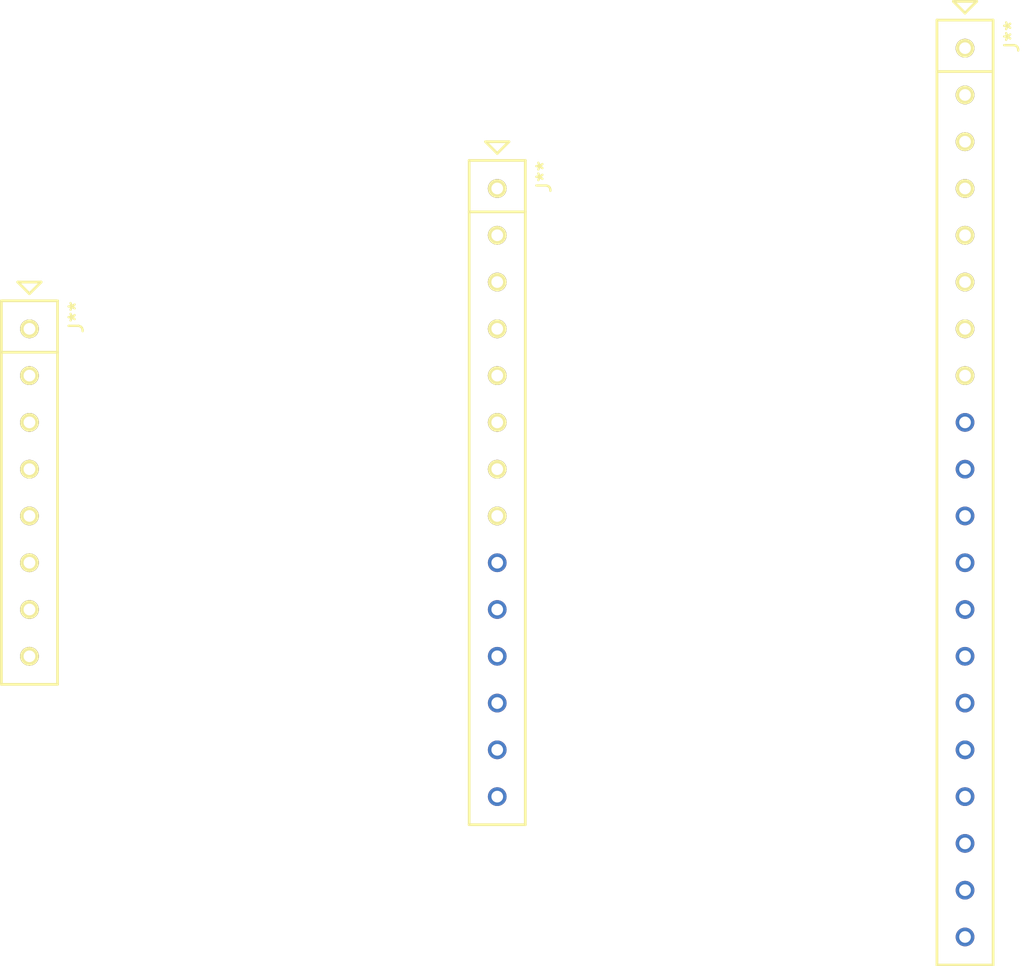
<source format=kicad_pcb>
(kicad_pcb (version 4) (host pcbnew 4.0.4+e1-6308~48~ubuntu16.04.1-stable)

  (general
    (links 0)
    (no_connects 0)
    (area 74.400999 49.254999 130.4131 102.129001)
    (thickness 1.6)
    (drawings 0)
    (tracks 0)
    (zones 0)
    (modules 3)
    (nets 1)
  )

  (page A4)
  (layers
    (0 F.Cu signal)
    (31 B.Cu signal)
    (32 B.Adhes user)
    (33 F.Adhes user)
    (34 B.Paste user)
    (35 F.Paste user)
    (36 B.SilkS user)
    (37 F.SilkS user)
    (38 B.Mask user)
    (39 F.Mask user)
    (40 Dwgs.User user)
    (41 Cmts.User user)
    (42 Eco1.User user)
    (43 Eco2.User user)
    (44 Edge.Cuts user)
    (45 Margin user)
    (46 B.CrtYd user)
    (47 F.CrtYd user)
    (48 B.Fab user)
    (49 F.Fab user)
  )

  (setup
    (last_trace_width 0.25)
    (trace_clearance 0.2)
    (zone_clearance 0.508)
    (zone_45_only no)
    (trace_min 0.2)
    (segment_width 0.2)
    (edge_width 0.15)
    (via_size 0.6)
    (via_drill 0.4)
    (via_min_size 0.4)
    (via_min_drill 0.3)
    (uvia_size 0.3)
    (uvia_drill 0.1)
    (uvias_allowed no)
    (uvia_min_size 0.2)
    (uvia_min_drill 0.1)
    (pcb_text_width 0.3)
    (pcb_text_size 1.5 1.5)
    (mod_edge_width 0.15)
    (mod_text_size 1 1)
    (mod_text_width 0.15)
    (pad_size 1.524 1.524)
    (pad_drill 0.762)
    (pad_to_mask_clearance 0.2)
    (aux_axis_origin 0 0)
    (visible_elements FFFFFF7F)
    (pcbplotparams
      (layerselection 0x00030_80000001)
      (usegerberextensions false)
      (excludeedgelayer true)
      (linewidth 0.101600)
      (plotframeref false)
      (viasonmask false)
      (mode 1)
      (useauxorigin false)
      (hpglpennumber 1)
      (hpglpenspeed 20)
      (hpglpendiameter 15)
      (hpglpenoverlay 2)
      (psnegative false)
      (psa4output false)
      (plotreference true)
      (plotvalue true)
      (plotinvisibletext false)
      (padsonsilk false)
      (subtractmaskfromsilk false)
      (outputformat 1)
      (mirror false)
      (drillshape 1)
      (scaleselection 1)
      (outputdirectory ""))
  )

  (net 0 "")

  (net_class Default "This is the default net class."
    (clearance 0.2)
    (trace_width 0.25)
    (via_dia 0.6)
    (via_drill 0.4)
    (uvia_dia 0.3)
    (uvia_drill 0.1)
  )

  (module oshchip:FLIP-PINS-08 (layer F.Cu) (tedit 57D43031) (tstamp 57D44D16)
    (at 76.2 76.2 270)
    (descr http://oshchip.org/docs/Flip-Pins-XX_REV_A.pdf)
    (tags "FLIP-PINS, OSHchip")
    (fp_text reference J** (at -9.525 -2.54 270) (layer F.SilkS)
      (effects (font (size 0.762 0.762) (thickness 0.127)))
    )
    (fp_text value FLIP-PINS-08 (at 0 -2.54 270) (layer F.Fab)
      (effects (font (size 0.762 0.762) (thickness 0.127)))
    )
    (fp_line (start -11.43 0.635) (end -10.795 0) (layer F.SilkS) (width 0.15))
    (fp_line (start -11.43 -0.635) (end -11.43 0.635) (layer F.SilkS) (width 0.15))
    (fp_line (start -10.795 0) (end -11.43 -0.635) (layer F.SilkS) (width 0.15))
    (fp_line (start -7.62 -1.524) (end -7.62 1.524) (layer F.SilkS) (width 0.15))
    (fp_line (start -10.414 1.524) (end -10.414 -1.524) (layer F.SilkS) (width 0.15))
    (fp_line (start 10.414 1.524) (end -10.414 1.524) (layer F.SilkS) (width 0.15))
    (fp_line (start 10.414 -1.524) (end 10.414 1.524) (layer F.SilkS) (width 0.15))
    (fp_line (start -10.414 -1.524) (end 10.414 -1.524) (layer F.SilkS) (width 0.15))
    (pad 1 thru_hole circle (at -8.89 0 270) (size 1.016 1.016) (drill 0.635) (layers *.Cu *.Mask F.SilkS))
    (pad 2 thru_hole circle (at -6.35 0 270) (size 1.016 1.016) (drill 0.635) (layers *.Cu *.Mask F.SilkS))
    (pad 3 thru_hole circle (at -3.81 0 270) (size 1.016 1.016) (drill 0.635) (layers *.Cu *.Mask F.SilkS))
    (pad 4 thru_hole circle (at -1.27 0 270) (size 1.016 1.016) (drill 0.635) (layers *.Cu *.Mask F.SilkS))
    (pad 5 thru_hole circle (at 1.27 0 270) (size 1.016 1.016) (drill 0.635) (layers *.Cu *.Mask F.SilkS))
    (pad 6 thru_hole circle (at 3.81 0 270) (size 1.016 1.016) (drill 0.635) (layers *.Cu *.Mask F.SilkS))
    (pad 7 thru_hole circle (at 6.35 0 270) (size 1.016 1.016) (drill 0.635) (layers *.Cu *.Mask F.SilkS))
    (pad 8 thru_hole circle (at 8.89 0 270) (size 1.016 1.016) (drill 0.635) (layers *.Cu *.Mask F.SilkS))
    (model FLIP-PINS-08.wrl
      (at (xyz 0 0 0))
      (scale (xyz 1 1 1))
      (rotate (xyz 0 0 0))
    )
  )

  (module oshchip:FLIP-PINS-14 (layer F.Cu) (tedit 57D448A0) (tstamp 57D44DBB)
    (at 101.6 76.2 270)
    (descr http://oshchip.org/docs/Flip-Pins-XX_REV_A.pdf)
    (tags "FLIP-PINS, OSHchip")
    (fp_text reference J** (at -17.145 -2.54 270) (layer F.SilkS)
      (effects (font (size 0.762 0.762) (thickness 0.127)))
    )
    (fp_text value FLIP-PINS-14 (at -7.62 -2.54 270) (layer F.Fab)
      (effects (font (size 0.762 0.762) (thickness 0.127)))
    )
    (fp_line (start -19.05 0.635) (end -18.415 0) (layer F.SilkS) (width 0.15))
    (fp_line (start -19.05 -0.635) (end -19.05 0.635) (layer F.SilkS) (width 0.15))
    (fp_line (start -18.415 0) (end -19.05 -0.635) (layer F.SilkS) (width 0.15))
    (fp_line (start -15.24 -1.524) (end -15.24 1.524) (layer F.SilkS) (width 0.15))
    (fp_line (start -18.034 1.524) (end -18.034 -1.524) (layer F.SilkS) (width 0.15))
    (fp_line (start 18.034 1.524) (end -18.034 1.524) (layer F.SilkS) (width 0.15))
    (fp_line (start 18.034 -1.524) (end 18.034 1.524) (layer F.SilkS) (width 0.15))
    (fp_line (start -18.034 -1.524) (end 18.034 -1.524) (layer F.SilkS) (width 0.15))
    (pad 1 thru_hole circle (at -16.51 0 270) (size 1.016 1.016) (drill 0.635) (layers *.Cu *.Mask F.SilkS))
    (pad 2 thru_hole circle (at -13.97 0 270) (size 1.016 1.016) (drill 0.635) (layers *.Cu *.Mask F.SilkS))
    (pad 3 thru_hole circle (at -11.43 0 270) (size 1.016 1.016) (drill 0.635) (layers *.Cu *.Mask F.SilkS))
    (pad 4 thru_hole circle (at -8.89 0 270) (size 1.016 1.016) (drill 0.635) (layers *.Cu *.Mask F.SilkS))
    (pad 5 thru_hole circle (at -6.35 0 270) (size 1.016 1.016) (drill 0.635) (layers *.Cu *.Mask F.SilkS))
    (pad 6 thru_hole circle (at -3.81 0 270) (size 1.016 1.016) (drill 0.635) (layers *.Cu *.Mask F.SilkS))
    (pad 7 thru_hole circle (at -1.27 0 270) (size 1.016 1.016) (drill 0.635) (layers *.Cu *.Mask F.SilkS))
    (pad 8 thru_hole circle (at 1.27 0 270) (size 1.016 1.016) (drill 0.635) (layers *.Cu *.Mask F.SilkS))
    (pad 9 thru_hole circle (at 3.81 0 270) (size 1.016 1.016) (drill 0.635) (layers *.Cu *.Mask))
    (pad 10 thru_hole circle (at 6.35 0 270) (size 1.016 1.016) (drill 0.635) (layers *.Cu *.Mask))
    (pad 11 thru_hole circle (at 8.89 0 270) (size 1.016 1.016) (drill 0.635) (layers *.Cu *.Mask))
    (pad 12 thru_hole circle (at 11.43 0 270) (size 1.016 1.016) (drill 0.635) (layers *.Cu *.Mask))
    (pad 13 thru_hole circle (at 13.97 0 270) (size 1.016 1.016) (drill 0.635) (layers *.Cu *.Mask))
    (pad 14 thru_hole circle (at 16.51 0 270) (size 1.016 1.016) (drill 0.635) (layers *.Cu *.Mask))
    (model FLIP-PINS-14.wrl
      (at (xyz 0 0 0))
      (scale (xyz 1 1 1))
      (rotate (xyz 0 0 0))
    )
  )

  (module oshchip:FLIP-PINS-20 (layer F.Cu) (tedit 57D449EE) (tstamp 57D44E5E)
    (at 127 76.2 270)
    (descr http://oshchip.org/docs/Flip-Pins-XX_REV_A.pdf)
    (tags "FLIP-PINS, OSHchip")
    (fp_text reference J** (at -24.765 -2.54 270) (layer F.SilkS)
      (effects (font (size 0.762 0.762) (thickness 0.127)))
    )
    (fp_text value FLIP-PINS-20 (at -15.24 -2.54 270) (layer F.Fab)
      (effects (font (size 0.762 0.762) (thickness 0.127)))
    )
    (fp_line (start -26.67 0.635) (end -26.035 0) (layer F.SilkS) (width 0.15))
    (fp_line (start -26.67 -0.635) (end -26.67 0.635) (layer F.SilkS) (width 0.15))
    (fp_line (start -26.035 0) (end -26.67 -0.635) (layer F.SilkS) (width 0.15))
    (fp_line (start -22.86 -1.524) (end -22.86 1.524) (layer F.SilkS) (width 0.15))
    (fp_line (start -25.654 1.524) (end -25.654 -1.524) (layer F.SilkS) (width 0.15))
    (fp_line (start 25.654 1.524) (end -25.654 1.524) (layer F.SilkS) (width 0.15))
    (fp_line (start 25.654 -1.524) (end 25.654 1.524) (layer F.SilkS) (width 0.15))
    (fp_line (start -25.654 -1.524) (end 25.654 -1.524) (layer F.SilkS) (width 0.15))
    (pad 1 thru_hole circle (at -24.13 0 270) (size 1.016 1.016) (drill 0.635) (layers *.Cu *.Mask F.SilkS))
    (pad 2 thru_hole circle (at -21.59 0 270) (size 1.016 1.016) (drill 0.635) (layers *.Cu *.Mask F.SilkS))
    (pad 3 thru_hole circle (at -19.05 0 270) (size 1.016 1.016) (drill 0.635) (layers *.Cu *.Mask F.SilkS))
    (pad 4 thru_hole circle (at -16.51 0 270) (size 1.016 1.016) (drill 0.635) (layers *.Cu *.Mask F.SilkS))
    (pad 5 thru_hole circle (at -13.97 0 270) (size 1.016 1.016) (drill 0.635) (layers *.Cu *.Mask F.SilkS))
    (pad 6 thru_hole circle (at -11.43 0 270) (size 1.016 1.016) (drill 0.635) (layers *.Cu *.Mask F.SilkS))
    (pad 7 thru_hole circle (at -8.89 0 270) (size 1.016 1.016) (drill 0.635) (layers *.Cu *.Mask F.SilkS))
    (pad 8 thru_hole circle (at -6.35 0 270) (size 1.016 1.016) (drill 0.635) (layers *.Cu *.Mask F.SilkS))
    (pad 9 thru_hole circle (at -3.81 0 270) (size 1.016 1.016) (drill 0.635) (layers *.Cu *.Mask))
    (pad 10 thru_hole circle (at -1.27 0 270) (size 1.016 1.016) (drill 0.635) (layers *.Cu *.Mask))
    (pad 11 thru_hole circle (at 1.27 0 270) (size 1.016 1.016) (drill 0.635) (layers *.Cu *.Mask))
    (pad 12 thru_hole circle (at 3.81 0 270) (size 1.016 1.016) (drill 0.635) (layers *.Cu *.Mask))
    (pad 13 thru_hole circle (at 6.35 0 270) (size 1.016 1.016) (drill 0.635) (layers *.Cu *.Mask))
    (pad 14 thru_hole circle (at 8.89 0 270) (size 1.016 1.016) (drill 0.635) (layers *.Cu *.Mask))
    (pad 15 thru_hole circle (at 11.43 0 270) (size 1.016 1.016) (drill 0.635) (layers *.Cu *.Mask))
    (pad 16 thru_hole circle (at 13.97 0 270) (size 1.016 1.016) (drill 0.635) (layers *.Cu *.Mask))
    (pad 17 thru_hole circle (at 16.51 0 270) (size 1.016 1.016) (drill 0.635) (layers *.Cu *.Mask))
    (pad 18 thru_hole circle (at 19.05 0 270) (size 1.016 1.016) (drill 0.635) (layers *.Cu *.Mask))
    (pad 19 thru_hole circle (at 21.59 0 270) (size 1.016 1.016) (drill 0.635) (layers *.Cu *.Mask))
    (pad 20 thru_hole circle (at 24.13 0 270) (size 1.016 1.016) (drill 0.635) (layers *.Cu *.Mask))
    (model FLIP-PINS-20.wrl
      (at (xyz 0 0 0))
      (scale (xyz 1 1 1))
      (rotate (xyz 0 0 0))
    )
  )

)

</source>
